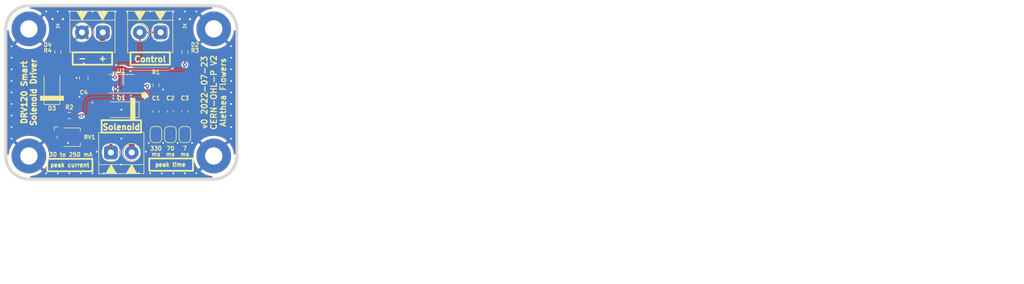
<source format=kicad_pcb>
(kicad_pcb (version 20211014) (generator pcbnew)
  (title_block (title "DRV120 Smart Solenoid Driver") (date "2022-07-23") (rev "v0") (company "Winterbloom") (comment 1 "Alethea Flowers") (comment 2 "CERN-OHL-P V2") (comment 3 "candela.wntr.dev"))
  (layers (0 "F.Cu" signal) (31 "B.Cu" signal) (34 "B.Paste" user) (35 "F.Paste" user) (36 "B.SilkS" user "B.Silkscreen") (37 "F.SilkS" user "F.Silkscreen") (38 "B.Mask" user) (39 "F.Mask" user) (44 "Edge.Cuts" user))
  (net 0 "")
  (net 1 "GND")
  (net 2 "/KEEP")
  (net 3 "+VDC")
  (net 4 "Net-(D2-Pad1)")
  (net 5 "Net-(JP1-Pad2)")
  (net 6 "Net-(JP2-Pad2)")
  (net 7 "Net-(JP3-Pad2)")
  (net 8 "/Switched")
  (net 9 "Net-(D4-Pad1)")
  (net 10 "/Control")
  (net 11 "/OSC")
  (net 12 "/DCIN")
  (net 13 "Net-(R2-Pad1)")
  (net 14 "/PEAK")
  (footprint "Package_SO:TSSOP-8_4.4x3mm_P0.65mm" (layer "F.Cu") (at 89.5 92.575 180)
    (fp_text reference "U1" (at 0 2.25 unlocked) (layer "F.SilkS") (effects (font (size 0.7 0.7))))
    (fp_text value "DRV120PWR")
    (fp_line (start 0 -1.61) (end 2.2 -1.61) (layer "F.SilkS") (width 0.12))
    (fp_line (start 0 -1.61) (end -3.6 -1.61) (layer "F.SilkS") (width 0.12))
    (fp_line (start 0 1.61) (end 2.2 1.61) (layer "F.SilkS") (width 0.12))
    (fp_line (start 0 1.61) (end -2.2 1.61) (layer "F.SilkS") (width 0.12))
    (pad "1" smd roundrect (at -2.8625 -0.975 180) (size 1.475 0.4) (layers "F.Cu" "F.Paste" "F.Mask") (net 2 "/KEEP"))
    (pad "2" smd roundrect (at -2.8625 -0.325 180) (size 1.475 0.4) (layers "F.Cu" "F.Paste" "F.Mask") (net 14 "/PEAK"))
    (pad "3" smd roundrect (at -2.8625 0.325 180) (size 1.475 0.4) (layers "F.Cu" "F.Paste" "F.Mask") (net 11 "/OSC"))
    (pad "4" smd roundrect (at -2.8625 0.975 180) (size 1.475 0.4) (layers "F.Cu" "F.Paste" "F.Mask") (net 3 "+VDC"))
    (pad "5" smd roundrect (at 2.8625 0.975 180) (size 1.475 0.4) (layers "F.Cu" "F.Paste" "F.Mask") (net 10 "/Control"))
    (pad "6" smd roundrect (at 2.8625 0.325 180) (size 1.475 0.4) (layers "F.Cu" "F.Paste" "F.Mask") (net 8 "/Switched"))
    (pad "7" smd roundrect (at 2.8625 -0.325 180) (size 1.475 0.4) (layers "F.Cu" "F.Paste" "F.Mask"))
    (pad "8" smd roundrect (at 2.8625 -0.975 180) (size 1.475 0.4) (layers "F.Cu" "F.Paste" "F.Mask") (net 1 "GND"))
  )
  (footprint "MountingHole:MountingHole_3mm_Pad" (layer "F.Cu") (at 105.5 105.075)
    (fp_text reference "H4" hide)
    (fp_text value "GND" hide)
    (pad "1" thru_hole circle locked (at 0 0) (size 6 6) (drill 3) (layers *.Cu *.Mask) (net 1 "GND"))
  )
  (footprint "winterbloom:TerminalBlock_4UCON_1x02_P3.50mm_Horizontal" (layer "F.Cu") (at 87.75 104.475)
    (fp_text reference "J3" hide)
    (fp_text value "Solenoid" hide)
    (fp_line (start 5.66 -3.46) (end 5.66 3.66) (layer "F.SilkS") (width 0.12))
    (fp_line (start -2.16 3.66) (end 5.66 3.66) (layer "F.SilkS") (width 0.12))
    (fp_line (start -2.16 -3.46) (end 5.66 -3.46) (layer "F.SilkS") (width 0.12))
    (fp_line (start -2.16 2.1) (end 5.66 2.1) (layer "F.SilkS") (width 0.12))
    (fp_line (start -2.16 -3.46) (end -2.16 3.66) (layer "F.SilkS") (width 0.12))
    (fp_arc (start 1.432109 -0.607742) (mid 1.555727 0.00014) (end 1.432 0.608) (layer "F.SilkS") (width 0.12))
    (fp_arc (start -0.607742 -1.432109) (mid 0.00014 -1.555727) (end 0.608 -1.432) (layer "F.SilkS") (width 0.12))
    (fp_arc (start -1.432109 0.607742) (mid -1.555727 -0.00014) (end -1.432 -0.608) (layer "F.SilkS") (width 0.12))
    (fp_arc (start 0.607587 1.431385) (mid 0.310017 1.523783) (end 0 1.555) (layer "F.SilkS") (width 0.12))
    (fp_arc (start 0.027011 1.555493) (mid -0.296984 1.527118) (end -0.608 1.432) (layer "F.SilkS") (width 0.12))
    (fp_circle (center 3.5 0) (end 5.055 0) (layer "F.SilkS") (width 0.12) (fill none))
    (fp_poly (pts (xy 4.45 3.65) (xy 2.6 3.65) (xy 3.55 2.1)) (layer "F.SilkS") (width 0.12) (fill solid))
    (fp_poly (pts (xy 0.9 3.65) (xy -0.95 3.65) (xy 0 2.1)) (layer "F.SilkS") (width 0.12) (fill solid))
    (pad "1" thru_hole roundrect (at -0.0508 0) (size 2.4 2.4) (drill 1.05) (layers *.Cu *.Mask) (net 8 "/Switched"))
    (pad "2" thru_hole circle (at 3.556 0) (size 2.4 2.4) (drill 1.05) (layers *.Cu *.Mask) (net 3 "+VDC"))
  )
  (footprint "Jumper:SolderJumper-2_P1.3mm_Open_RoundedPad1.0x1.5mm" (layer "F.Cu") (at 98 101.375 90)
    (fp_text reference "JP2" hide)
    (fp_text value "70 ms")
    (fp_line (start 0.7 1) (end -0.7 1) (layer "F.SilkS") (width 0.12))
    (fp_line (start -1.4 0.3) (end -1.4 -0.3) (layer "F.SilkS") (width 0.12))
    (fp_line (start 1.4 -0.3) (end 1.4 0.3) (layer "F.SilkS") (width 0.12))
    (fp_line (start -0.7 -1) (end 0.7 -1) (layer "F.SilkS") (width 0.12))
    (fp_arc (start -0.7 1) (mid -1.194975 0.794975) (end -1.4 0.3) (layer "F.SilkS") (width 0.12))
    (fp_arc (start -1.4 -0.3) (mid -1.194975 -0.794975) (end -0.7 -1) (layer "F.SilkS") (width 0.12))
    (fp_arc (start 0.7 -1) (mid 1.194975 -0.794975) (end 1.4 -0.3) (layer "F.SilkS") (width 0.12))
    (fp_arc (start 1.4 0.3) (mid 1.194975 0.794975) (end 0.7 1) (layer "F.SilkS") (width 0.12))
    (pad "1" smd custom (at -0.65 0 90) (size 1 0.5) (layers "F.Cu" "F.Mask") (net 1 "GND") (options (clearance outline) (anchor rect)) (primitives (gr_circle (center 0 0.25) (end 0.5 0.25) (width 0) (fill yes)) (gr_circle (center 0 -0.25) (end 0.5 -0.25) (width 0) (fill yes)) (gr_poly (pts (xy 0.5 0.75) (xy 0 0.75) (xy 0 -0.75) (xy 0.5 -0.75)) (width 0) (fill yes))))
    (pad "2" smd custom (at 0.65 0 90) (size 1 0.5) (layers "F.Cu" "F.Mask") (net 6 "Net-(JP2-Pad2)") (options (clearance outline) (anchor rect)) (primitives (gr_circle (center 0 0.25) (end 0.5 0.25) (width 0) (fill yes)) (gr_circle (center 0 -0.25) (end 0.5 -0.25) (width 0) (fill yes)) (gr_poly (pts (xy 0 0.75) (xy -0.5 0.75) (xy -0.5 -0.75) (xy 0 -0.75)) (width 0) (fill yes))))
  )
  (footprint "Capacitor_SMD:C_0603_1608Metric_Pad1.08x0.95mm_HandSolder" (layer "F.Cu") (at 100.5 97.375 -90)
    (fp_text reference "C3" (at -2.3 0 unlocked) (layer "F.SilkS") (effects (font (size 0.7 0.7))))
    (fp_text value "100n")
    (fp_line (start -0.146267 -0.51) (end 0.146267 -0.51) (layer "F.SilkS") (width 0.12))
    (fp_line (start -0.146267 0.51) (end 0.146267 0.51) (layer "F.SilkS") (width 0.12))
    (pad "1" smd roundrect (at -0.8625 0 270) (size 1.075 0.95) (layers "F.Cu" "F.Paste" "F.Mask") (net 2 "/KEEP"))
    (pad "2" smd roundrect (at 0.8625 0 270) (size 1.075 0.95) (layers "F.Cu" "F.Paste" "F.Mask") (net 7 "Net-(JP3-Pad2)"))
  )
  (footprint "winterbloom:LED_0805_Kingbright_APT2012" (layer "F.Cu") (at 100.5 82.575 -90)
    (fp_text reference "D2" (at 3.25 -1.75 unlocked) (layer "F.SilkS") (effects (font (size 0.7 0.7))))
    (fp_text value "ON" hide)
    (fp_line (start -0.3 0.3) (end -0.3 -0.3) (layer "F.SilkS") (width 0.12))
    (fp_line (start 0.3 0.3) (end -0.3 0) (layer "F.SilkS") (width 0.12))
    (fp_line (start -0.3 0) (end 0.3 -0.3) (layer "F.SilkS") (width 0.12))
    (fp_line (start 0.3 -0.3) (end 0.3 0.3) (layer "F.SilkS") (width 0.12))
    (fp_circle (center -1.2 0.9) (end -1.1 0.9) (layer "F.SilkS") (width 0.2) (fill none))
    (fp_circle (center -1.2 -0.9) (end -1.1 -0.9) (layer "F.SilkS") (width 0.2) (fill none))
    (pad "1" smd roundrect (at -1.175 0 270) (size 1.25 1.25) (layers "F.Cu" "F.Paste" "F.Mask") (roundrect_rratio 0.05) (net 4 "Net-(D2-Pad1)"))
    (pad "2" smd roundrect (at 1.175 0 270) (size 1.25 1.25) (layers "F.Cu" "F.Paste" "F.Mask") (roundrect_rratio 0.05) (net 3 "+VDC"))
  )
  (footprint "winterbloom:LED_0805_Kingbright_APT2012" (layer "F.Cu") (at 78.5 82.575 -90)
    (fp_text reference "D4" (at 3.25 1.75 unlocked) (layer "F.SilkS") (effects (font (size 0.7 0.7))))
    (fp_text value "VDC" hide)
    (fp_line (start 0.3 0.3) (end -0.3 0) (layer "F.SilkS") (width 0.12))
    (fp_line (start -0.3 0.3) (end -0.3 -0.3) (layer "F.SilkS") (width 0.12))
    (fp_line (start 0.3 -0.3) (end 0.3 0.3) (layer "F.SilkS") (width 0.12))
    (fp_line (start -0.3 0) (end 0.3 -0.3) (layer "F.SilkS") (width 0.12))
    (fp_circle (center -1.2 -0.9) (end -1.1 -0.9) (layer "F.SilkS") (width 0.2) (fill none))
    (fp_circle (center -1.2 0.9) (end -1.1 0.9) (layer "F.SilkS") (width 0.2) (fill none))
    (pad "1" smd roundrect (at -1.175 0 270) (size 1.25 1.25) (layers "F.Cu" "F.Paste" "F.Mask") (roundrect_rratio 0.05) (net 9 "Net-(D4-Pad1)"))
    (pad "2" smd roundrect (at 1.175 0 270) (size 1.25 1.25) (layers "F.Cu" "F.Paste" "F.Mask") (roundrect_rratio 0.05) (net 3 "+VDC"))
  )
  (footprint "MountingHole:MountingHole_3mm_Pad" (layer "F.Cu") (at 105.5 83.075)
    (fp_text reference "H3" hide)
    (fp_text value "GND" hide)
    (pad "1" thru_hole circle locked (at 0 0) (size 6 6) (drill 3) (layers *.Cu *.Mask) (net 1 "GND"))
  )
  (footprint "winterbloom:TerminalBlock_4UCON_1x02_P3.50mm_Horizontal" (layer "F.Cu") (at 96.25 83.675 180)
    (fp_text reference "J2" hide)
    (fp_text value "CONTROL" hide)
    (fp_line (start -2.16 -3.46) (end 5.66 -3.46) (layer "F.SilkS") (width 0.12))
    (fp_line (start 5.66 -3.46) (end 5.66 3.66) (layer "F.SilkS") (width 0.12))
    (fp_line (start -2.16 3.66) (end 5.66 3.66) (layer "F.SilkS") (width 0.12))
    (fp_line (start -2.16 -3.46) (end -2.16 3.66) (layer "F.SilkS") (width 0.12))
    (fp_line (start -2.16 2.1) (end 5.66 2.1) (layer "F.SilkS") (width 0.12))
    (fp_arc (start -0.607742 -1.432109) (mid 0.00014 -1.555727) (end 0.608 -1.432) (layer "F.SilkS") (width 0.12))
    (fp_arc (start 1.432109 -0.607742) (mid 1.555727 0.00014) (end 1.432 0.608) (layer "F.SilkS") (width 0.12))
    (fp_arc (start 0.027011 1.555493) (mid -0.296984 1.527118) (end -0.608 1.432) (layer "F.SilkS") (width 0.12))
    (fp_arc (start -1.432109 0.607742) (mid -1.555727 -0.00014) (end -1.432 -0.608) (layer "F.SilkS") (width 0.12))
    (fp_arc (start 0.607587 1.431385) (mid 0.310017 1.523783) (end 0 1.555) (layer "F.SilkS") (width 0.12))
    (fp_circle (center 3.5 0) (end 5.055 0) (layer "F.SilkS") (width 0.12) (fill none))
    (fp_poly (pts (xy 0.9 3.65) (xy -0.95 3.65) (xy 0 2.1)) (layer "F.SilkS") (width 0.12) (fill solid))
    (fp_poly (pts (xy 4.45 3.65) (xy 2.6 3.65) (xy 3.55 2.1)) (layer "F.SilkS") (width 0.12) (fill solid))
    (pad "1" thru_hole roundrect (at -0.0508 0 180) (size 2.4 2.4) (drill 1.05) (layers *.Cu *.Mask) (net 10 "/Control"))
    (pad "2" thru_hole circle (at 3.556 0 180) (size 2.4 2.4) (drill 1.05) (layers *.Cu *.Mask) (net 10 "/Control"))
  )
  (footprint "Diode_SMD:D_SOD-128" (layer "F.Cu") (at 77.5 93.075 90)
    (fp_text reference "D3" (at -3.75 0 unlocked) (layer "F.SilkS") (effects (font (size 0.7 0.7))))
    (fp_text value "30V 2A")
    (fp_line (start -3.08 -1.36) (end -3.08 1.36) (layer "F.SilkS") (width 0.12))
    (fp_line (start -3.08 -1.36) (end 1.9 -1.36) (layer "F.SilkS") (width 0.12))
    (fp_line (start -3.08 1.36) (end 1.9 1.36) (layer "F.SilkS") (width 0.12))
    (pad "1" smd rect (at -2.2 0 90) (size 1.4 2.1) (layers "F.Cu" "F.Paste" "F.Mask") (net 3 "+VDC"))
    (pad "2" smd rect (at 2.2 0 90) (size 1.4 2.1) (layers "F.Cu" "F.Paste" "F.Mask") (net 12 "/DCIN"))
  )
  (footprint "Potentiometer_SMD:Potentiometer_Bourns_TC33X_Vertical" (layer "F.Cu") (at 80.5 101.825)
    (fp_text reference "RV1" (at 3.5 0 unlocked) (layer "F.SilkS") (effects (font (size 0.7 0.7))))
    (fp_text value "500k")
    (fp_line (start -1 1.6) (end 1.9 1.6) (layer "F.SilkS") (width 0.12))
    (fp_line (start 1.9 1.6) (end 1.9 1) (layer "F.SilkS") (width 0.12))
    (fp_line (start -2.6 -1.8) (end -2.6 -1.1) (layer "F.SilkS") (width 0.12))
    (fp_line (start -2.1 -0.2) (end -2.1 0.2) (layer "F.SilkS") (width 0.12))
    (fp_line (start 1.9 -1.6) (end 1.9 -1) (layer "F.SilkS") (width 0.12))
    (fp_line (start -1 -1.6) (end 1.9 -1.6) (layer "F.SilkS") (width 0.12))
    (fp_line (start -1.9 -1.8) (end -2.6 -1.8) (layer "F.SilkS") (width 0.12))
    (pad "1" smd rect (at -1.8 -1) (size 1.2 1.2) (layers "F.Cu" "F.Paste" "F.Mask") (net 13 "Net-(R2-Pad1)"))
    (pad "2" smd rect (at 1.45 0) (size 1.5 1.6) (layers "F.Cu" "F.Paste" "F.Mask") (net 13 "Net-(R2-Pad1)"))
    (pad "3" smd rect (at -1.8 1) (size 1.2 1.2) (layers "F.Cu" "F.Paste" "F.Mask") (net 1 "GND"))
  )
  (footprint "MountingHole:MountingHole_3mm_Pad" (layer "F.Cu") (at 73.5 105.075)
    (fp_text reference "H2" hide)
    (fp_text value "GND" hide)
    (pad "1" thru_hole circle locked (at 0 0) (size 6 6) (drill 3) (layers *.Cu *.Mask) (net 1 "GND"))
  )
  (footprint "winterbloom:TerminalBlock_4UCON_1x02_P3.50mm_Horizontal" (layer "F.Cu") (at 86.25 83.675 180)
    (fp_text reference "J1" hide)
    (fp_text value "DC IN" hide)
    (fp_line (start 5.66 -3.46) (end 5.66 3.66) (layer "F.SilkS") (width 0.12))
    (fp_line (start -2.16 -3.46) (end -2.16 3.66) (layer "F.SilkS") (width 0.12))
    (fp_line (start -2.16 3.66) (end 5.66 3.66) (layer "F.SilkS") (width 0.12))
    (fp_line (start -2.16 2.1) (end 5.66 2.1) (layer "F.SilkS") (width 0.12))
    (fp_line (start -2.16 -3.46) (end 5.66 -3.46) (layer "F.SilkS") (width 0.12))
    (fp_arc (start 0.607587 1.431385) (mid 0.310017 1.523783) (end 0 1.555) (layer "F.SilkS") (width 0.12))
    (fp_arc (start -1.432109 0.607742) (mid -1.555727 -0.00014) (end -1.432 -0.608) (layer "F.SilkS") (width 0.12))
    (fp_arc (start 1.432109 -0.607742) (mid 1.555727 0.00014) (end 1.432 0.608) (layer "F.SilkS") (width 0.12))
    (fp_arc (start 0.027011 1.555493) (mid -0.296984 1.527118) (end -0.608 1.432) (layer "F.SilkS") (width 0.12))
    (fp_arc (start -0.607742 -1.432109) (mid 0.00014 -1.555727) (end 0.608 -1.432) (layer "F.SilkS") (width 0.12))
    (fp_circle (center 3.5 0) (end 5.055 0) (layer "F.SilkS") (width 0.12) (fill none))
    (fp_poly (pts (xy 4.45 3.65) (xy 2.6 3.65) (xy 3.55 2.1)) (layer "F.SilkS") (width 0.12) (fill solid))
    (fp_poly (pts (xy 0.9 3.65) (xy -0.95 3.65) (xy 0 2.1)) (layer "F.SilkS") (width 0.12) (fill solid))
    (pad "1" thru_hole roundrect (at -0.0508 0 180) (size 2.4 2.4) (drill 1.05) (layers *.Cu *.Mask) (net 12 "/DCIN"))
    (pad "2" thru_hole circle (at 3.556 0 180) (size 2.4 2.4) (drill 1.05) (layers *.Cu *.Mask) (net 1 "GND"))
  )
  (footprint "Diode_SMD:D_SOD-128" (layer "F.Cu") (at 89.5 97.075 180)
    (fp_text reference "D1" (at 0 2 unlocked) (layer "F.SilkS") (effects (font (size 0.7 0.7))))
    (fp_text value "30V 1A")
    (fp_line (start -3.08 -1.36) (end 1.9 -1.36) (layer "F.SilkS") (width 0.12))
    (fp_line (start -3.08 1.36) (end 1.9 1.36) (layer "F.SilkS") (width 0.12))
    (fp_line (start -3.08 -1.36) (end -3.08 1.36) (layer "F.SilkS") (width 0.12))
    (pad "1" smd rect (at -2.2 0 180) (size 1.4 2.1) (layers "F.Cu" "F.Paste" "F.Mask") (net 3 "+VDC"))
    (pad "2" smd rect (at 2.2 0 180) (size 1.4 2.1) (layers "F.Cu" "F.Paste" "F.Mask") (net 8 "/Switched"))
  )
  (footprint "Capacitor_SMD:C_0805_2012Metric_Pad1.18x1.45mm_HandSolder" (layer "F.Cu") (at 83 91.575 90)
    (fp_text reference "C4" (at -2.5 0 unlocked) (layer "F.SilkS") (effects (font (size 0.7 0.7))))
    (fp_text value "10u")
    (fp_line (start -0.261252 0.735) (end 0.261252 0.735) (layer "F.SilkS") (width 0.12))
    (fp_line (start -0.261252 -0.735) (end 0.261252 -0.735) (layer "F.SilkS") (width 0.12))
    (pad "1" smd roundrect (at -1.0375 0 90) (size 1.175 1.45) (layers "F.Cu" "F.Paste" "F.Mask") (roundrect_rratio 0.212766) (net 3 "+VDC"))
    (pad "2" smd roundrect (at 1.0375 0 90) (size 1.175 1.45) (layers "F.Cu" "F.Paste" "F.Mask") (roundrect_rratio 0.212766) (net 1 "GND"))
  )
  (footprint "Resistor_SMD:R_0603_1608Metric_Pad0.98x0.95mm_HandSolder" (layer "F.Cu") (at 80.5 98.075)
    (fp_text reference "R2" (at 0 -1.43 unlocked) (layer "F.SilkS") (effects (font (size 0.7 0.7))))
    (fp_text value "50k")
    (fp_line (start -0.254724 -0.5225) (end 0.254724 -0.5225) (layer "F.SilkS") (width 0.12))
    (fp_line (start -0.254724 0.5225) (end 0.254724 0.5225) (layer "F.SilkS") (width 0.12))
    (pad "1" smd roundrect (at -0.9125 0) (size 0.975 0.95) (layers "F.Cu" "F.Paste" "F.Mask") (net 13 "Net-(R2-Pad1)"))
    (pad "2" smd roundrect (at 0.9125 0) (size 0.975 0.95) (layers "F.Cu" "F.Paste" "F.Mask") (net 14 "/PEAK"))
  )
  (footprint "Capacitor_SMD:C_0603_1608Metric_Pad1.08x0.95mm_HandSolder" (layer "F.Cu") (at 98 97.375 -90)
    (fp_text reference "C2" (at -2.3 0 unlocked) (layer "F.SilkS") (effects (font (size 0.7 0.7))))
    (fp_text value "1u")
    (fp_line (start -0.146267 -0.51) (end 0.146267 -0.51) (layer "F.SilkS") (width 0.12))
    (fp_line (start -0.146267 0.51) (end 0.146267 0.51) (layer "F.SilkS") (width 0.12))
    (pad "1" smd roundrect (at -0.8625 0 270) (size 1.075 0.95) (layers "F.Cu" "F.Paste" "F.Mask") (net 2 "/KEEP"))
    (pad "2" smd roundrect (at 0.8625 0 270) (size 1.075 0.95) (layers "F.Cu" "F.Paste" "F.Mask") (net 6 "Net-(JP2-Pad2)"))
  )
  (footprint "Resistor_SMD:R_0603_1608Metric_Pad0.98x0.95mm_HandSolder" (layer "F.Cu") (at 95.5 92.825 90)
    (fp_text reference "R1" (at 2.25 0 unlocked) (layer "F.SilkS") (effects (font (size 0.7 0.7))))
    (fp_text value "0R")
    (fp_line (start -0.254724 -0.5225) (end 0.254724 -0.5225) (layer "F.SilkS") (width 0.12))
    (fp_line (start -0.254724 0.5225) (end 0.254724 0.5225) (layer "F.SilkS") (width 0.12))
    (pad "1" smd roundrect (at -0.9125 0 90) (size 0.975 0.95) (layers "F.Cu" "F.Paste" "F.Mask") (net 1 "GND"))
    (pad "2" smd roundrect (at 0.9125 0 90) (size 0.975 0.95) (layers "F.Cu" "F.Paste" "F.Mask") (net 11 "/OSC"))
  )
  (footprint "Jumper:SolderJumper-2_P1.3mm_Bridged_RoundedPad1.0x1.5mm" (layer "F.Cu") (at 95.5 101.375 90)
    (fp_text reference "JP1" hide)
    (fp_text value "330 ms")
    (fp_poly (pts (xy 0.25 -0.3) (xy -0.25 -0.3) (xy -0.25 0.3) (xy 0.25 0.3)) (layer "F.Cu") (width 0) (fill solid))
    (fp_line (start -0.7 -1) (end 0.7 -1) (layer "F.SilkS") (width 0.12))
    (fp_line (start -1.4 0.3) (end -1.4 -0.3) (layer "F.SilkS") (width 0.12))
    (fp_line (start 0.7 1) (end -0.7 1) (layer "F.SilkS") (width 0.12))
    (fp_line (start 1.4 -0.3) (end 1.4 0.3) (layer "F.SilkS") (width 0.12))
    (fp_arc (start 1.4 0.3) (mid 1.194975 0.794975) (end 0.7 1) (layer "F.SilkS") (width 0.12))
    (fp_arc (start -1.4 -0.3) (mid -1.194975 -0.794975) (end -0.7 -1) (layer "F.SilkS") (width 0.12))
    (fp_arc (start -0.7 1) (mid -1.194975 0.794975) (end -1.4 0.3) (layer "F.SilkS") (width 0.12))
    (fp_arc (start 0.7 -1) (mid 1.194975 -0.794975) (end 1.4 -0.3) (layer "F.SilkS") (width 0.12))
    (pad "1" smd custom (at -0.65 0 90) (size 1 0.5) (layers "F.Cu" "F.Mask") (net 1 "GND") (options (clearance outline) (anchor rect)) (primitives (gr_circle (center 0 0.25) (end 0.5 0.25) (width 0) (fill yes)) (gr_circle (center 0 -0.25) (end 0.5 -0.25) (width 0) (fill yes)) (gr_poly (pts (xy 0.5 0.75) (xy 0 0.75) (xy 0 -0.75) (xy 0.5 -0.75)) (width 0) (fill yes))))
    (pad "2" smd custom (at 0.65 0 90) (size 1 0.5) (layers "F.Cu" "F.Mask") (net 5 "Net-(JP1-Pad2)") (options (clearance outline) (anchor rect)) (primitives (gr_circle (center 0 0.25) (end 0.5 0.25) (width 0) (fill yes)) (gr_circle (center 0 -0.25) (end 0.5 -0.25) (width 0) (fill yes)) (gr_poly (pts (xy 0 0.75) (xy -0.5 0.75) (xy -0.5 -0.75) (xy 0 -0.75)) (width 0) (fill yes))))
  )
  (footprint "MountingHole:MountingHole_3mm_Pad" (layer "F.Cu") (at 73.5 83.075)
    (fp_text reference "H1" hide)
    (fp_text value "GND" hide)
    (pad "1" thru_hole circle locked (at 0 0) (size 6 6) (drill 3) (layers *.Cu *.Mask) (net 1 "GND"))
  )
  (footprint "Resistor_SMD:R_0603_1608Metric_Pad0.98x0.95mm_HandSolder" (layer "F.Cu") (at 100.5 87.075 -90)
    (fp_text reference "R3" (at -0.25 -1.75 unlocked) (layer "F.SilkS") (effects (font (size 0.7 0.7))))
    (fp_text value "10K")
    (fp_line (start -0.254724 0.5225) (end 0.254724 0.5225) (layer "F.SilkS") (width 0.12))
    (fp_line (start -0.254724 -0.5225) (end 0.254724 -0.5225) (layer "F.SilkS") (width 0.12))
    (pad "1" smd roundrect (at -0.9125 0 270) (size 0.975 0.95) (layers "F.Cu" "F.Paste" "F.Mask") (net 4 "Net-(D2-Pad1)"))
    (pad "2" smd roundrect (at 0.9125 0 270) (size 0.975 0.95) (layers "F.Cu" "F.Paste" "F.Mask") (net 8 "/Switched"))
  )
  (footprint "Jumper:SolderJumper-2_P1.3mm_Open_RoundedPad1.0x1.5mm" (layer "F.Cu") (at 100.5 101.375 90)
    (fp_text reference "JP3" hide)
    (fp_text value "7 ms")
    (fp_line (start 1.4 -0.3) (end 1.4 0.3) (layer "F.SilkS") (width 0.12))
    (fp_line (start 0.7 1) (end -0.7 1) (layer "F.SilkS") (width 0.12))
    (fp_line (start -0.7 -1) (end 0.7 -1) (layer "F.SilkS") (width 0.12))
    (fp_line (start -1.4 0.3) (end -1.4 -0.3) (layer "F.SilkS") (width 0.12))
    (fp_arc (start -0.7 1) (mid -1.194975 0.794975) (end -1.4 0.3) (layer "F.SilkS") (width 0.12))
    (fp_arc (start 1.4 0.3) (mid 1.194975 0.794975) (end 0.7 1) (layer "F.SilkS") (width 0.12))
    (fp_arc (start 0.7 -1) (mid 1.194975 -0.794975) (end 1.4 -0.3) (layer "F.SilkS") (width 0.12))
    (fp_arc (start -1.4 -0.3) (mid -1.194975 -0.794975) (end -0.7 -1) (layer "F.SilkS") (width 0.12))
    (pad "1" smd custom (at -0.65 0 90) (size 1 0.5) (layers "F.Cu" "F.Mask") (net 1 "GND") (options (clearance outline) (anchor rect)) (primitives (gr_circle (center 0 0.25) (end 0.5 0.25) (width 0) (fill yes)) (gr_circle (center 0 -0.25) (end 0.5 -0.25) (width 0) (fill yes)) (gr_poly (pts (xy 0.5 0.75) (xy 0 0.75) (xy 0 -0.75) (xy 0.5 -0.75)) (width 0) (fill yes))))
    (pad "2" smd custom (at 0.65 0 90) (size 1 0.5) (layers "F.Cu" "F.Mask") (net 7 "Net-(JP3-Pad2)") (options (clearance outline) (anchor rect)) (primitives (gr_circle (center 0 0.25) (end 0.5 0.25) (width 0) (fill yes)) (gr_circle (center 0 -0.25) (end 0.5 -0.25) (width 0) (fill yes)) (gr_poly (pts (xy 0 0.75) (xy -0.5 0.75) (xy -0.5 -0.75) (xy 0 -0.75)) (width 0) (fill yes))))
  )
  (footprint "Capacitor_SMD:C_0603_1608Metric_Pad1.08x0.95mm_HandSolder" (layer "F.Cu") (at 95.5 97.375 -90)
    (fp_text reference "C1" (at -2.3 0 unlocked) (layer "F.SilkS") (effects (font (size 0.7 0.7))))
    (fp_text value "4.7u")
    (fp_line (start -0.146267 0.51) (end 0.146267 0.51) (layer "F.SilkS") (width 0.12))
    (fp_line (start -0.146267 -0.51) (end 0.146267 -0.51) (layer "F.SilkS") (width 0.12))
    (pad "1" smd roundrect (at -0.8625 0 270) (size 1.075 0.95) (layers "F.Cu" "F.Paste" "F.Mask") (net 2 "/KEEP"))
    (pad "2" smd roundrect (at 0.8625 0 270) (size 1.075 0.95) (layers "F.Cu" "F.Paste" "F.Mask") (net 5 "Net-(JP1-Pad2)"))
  )
  (footprint "Resistor_SMD:R_0603_1608Metric_Pad0.98x0.95mm_HandSolder" (layer "F.Cu") (at 78.5 87.075 -90)
    (fp_text reference "R4" (at -0.25 1.75 unlocked) (layer "F.SilkS") (effects (font (size 0.7 0.7))))
    (fp_text value "10k")
    (fp_line (start -0.254724 0.5225) (end 0.254724 0.5225) (layer "F.SilkS") (width 0.12))
    (fp_line (start -0.254724 -0.5225) (end 0.254724 -0.5225) (layer "F.SilkS") (width 0.12))
    (pad "1" smd roundrect (at -0.9125 0 270) (size 0.975 0.95) (layers "F.Cu" "F.Paste" "F.Mask") (net 9 "Net-(D4-Pad1)"))
    (pad "2" smd roundrect (at 0.9125 0 270) (size 0.975 0.95) (layers "F.Cu" "F.Paste" "F.Mask") (net 1 "GND"))
  )
  (gr_circle (center 93.5 94.575) (end 94 94.575) (layer "F.SilkS") (width 0.12) (fill solid))
  (gr_rect (start 101.91 107.645) (end 94.34 105.505) (layer "F.SilkS") (width 0.3) (fill none))
  (gr_rect (start 84.5 107.715) (end 76.68 105.575) (layer "F.SilkS") (width 0.3) (fill none))
  (gr_rect (start 87.91 89.275) (end 81.09 87.135) (layer "F.SilkS") (width 0.3) (fill none))
  (gr_rect (start 91.125 98.825) (end 91.875 95.075) (layer "F.SilkS") (width 0.12) (fill solid))
  (gr_rect (start 75.5 94.7) (end 79.5 95.45) (layer "F.SilkS") (width 0.12) (fill solid))
  (gr_rect (start 97.91 89.275) (end 91.09 87.135) (layer "F.SilkS") (width 0.3) (fill none))
  (gr_rect (start 92.91 101.025) (end 86.09 98.885) (layer "F.SilkS") (width 0.3) (fill none))
  (gr_arc (start 73.5 109.075) (mid 70.671573 107.903427) (end 69.5 105.075) (layer "Edge.Cuts") (width 0.5))
  (gr_arc (start 105.5 79.075) (mid 108.328427 80.246573) (end 109.5 83.075) (layer "Edge.Cuts") (width 0.5))
  (gr_line (start 73.5 79.075) (end 105.5 79.075) (layer "Edge.Cuts") (width 0.5))
  (gr_arc (start 69.5 83.075) (mid 70.671573 80.246573) (end 73.5 79.075) (layer "Edge.Cuts") (width 0.5))
  (gr_line (start 109.5 83.075) (end 109.5 105.075) (layer "Edge.Cuts") (width 0.5))
  (gr_line (start 69.5 105.075) (end 69.5 83.075) (layer "Edge.Cuts") (width 0.5))
  (gr_line (start 105.5 109.075) (end 73.5 109.075) (layer "Edge.Cuts") (width 0.5))
  (gr_arc (start 109.5 105.075) (mid 108.328427 107.903427) (end 105.5 109.075) (layer "Edge.Cuts") (width 0.5))
  (gr_text "7" (at 100.5 103.775) (layer "F.SilkS") (effects (font (size 0.7 0.7))))
  (gr_text "peak time" (at 98 106.575) (layer "F.SilkS") (effects (font (size 0.7 0.7) (thickness 0.175))))
  (gr_text "ms" (at 100.5 104.775) (layer "F.SilkS") (effects (font (size 0.7 0.7))))
  (gr_text "+   -" (at 84.5 88.325 180) (layer "F.SilkS") (effects (font (size 1 1) (thickness 0.25))))
  (gr_text "Control" (at 94.5 88.325) (layer "F.SilkS") (effects (font (size 1 1) (thickness 0.25))))
  (gr_text "Solenoid" (at 89.5 100.075) (layer "F.SilkS") (effects (font (size 1 1) (thickness 0.25))))
  (gr_text "70" (at 98 103.775) (layer "F.SilkS") (effects (font (size 0.7 0.7))))
  (gr_text "30 to 250 mA" (at 80.75 104.825) (layer "F.SilkS") (effects (font (size 0.7 0.7))))
  (gr_text "330" (at 95.5 103.775) (layer "F.SilkS") (effects (font (size 0.7 0.7))))
  (gr_text "ms" (at 98 104.775) (layer "F.SilkS") (effects (font (size 0.7 0.7))))
  (gr_text "peak current" (at 80.59 106.645) (layer "F.SilkS") (effects (font (size 0.7 0.7) (thickness 0.175))))
  (gr_text "ms" (at 95.5 104.775) (layer "F.SilkS") (effects (font (size 0.7 0.7))))
  (gr_text "DRV120 Smart\nSolenoid Driver" (at 73.5 94.075 90) (layer "F.SilkS") (effects (font (size 1 1) (thickness 0.25))))
  (gr_text "${REVISION} ${ISSUE_DATE}\n${COMMENT2}\n${COMMENT1}" (at 105.5 94.075 90) (layer "F.SilkS") (effects (font (size 1 1) (thickness 0.2))))
  (via (at 76.5 108.075) (size 0.7) (drill 0.3) (layers "F.Cu" "B.Cu") (net 1))
  (via (at 80.5 80.075) (size 0.7) (drill 0.3) (layers "F.Cu" "B.Cu") (net 1))
  (via (at 98.5 108.075) (size 0.7) (drill 0.3) (layers "F.Cu" "B.Cu") (net 1))
  (via (at 85.25 104.325) (size 0.7) (drill 0.3) (layers "F.Cu" "B.Cu") (net 1))
  (via (at 84.5 108.075) (size 0.7) (drill 0.3) (layers "F.Cu" "B.Cu") (net 1))
  (via (at 70.5 94.075) (size 0.7) (drill 0.3) (layers "F.Cu" "B.Cu") (net 1))
  (via (at 82.25 94.825) (size 0.7) (drill 0.3) (layers "F.Cu" "B.Cu") (net 1))
  (via (at 89.5 102.075) (size 0.7) (drill 0.3) (layers "F.Cu" "B.Cu") (net 1))
  (via (at 98.5 80.075) (size 0.7) (drill 0.3) (layers "F.Cu" "B.Cu") (net 1))
  (via (at 70.5 90.075) (size 0.7) (drill 0.3) (layers "F.Cu" "B.Cu") (net 1))
  (via (at 94.5 80.075) (size 0.7) (drill 0.3) (layers "F.Cu" "B.Cu") (net 1))
  (via (at 89.5 106.575) (size 0.7) (drill 0.3) (layers "F.Cu" "B.Cu") (net 1))
  (via (at 96.75 102.825) (size 0.7) (drill 0.3) (layers "F.Cu" "B.Cu") (net 1))
  (via (at 83 89.075) (size 0.7) (drill 0.3) (layers "F.Cu" "B.Cu") (net 1))
  (via (at 102.5 108.075) (size 0.7) (drill 0.3) (layers "F.Cu" "B.Cu") (net 1))
  (via (at 70.5 98.075) (size 0.7) (drill 0.3) (layers "F.Cu" "B.Cu") (net 1))
  (via (at 70.5 96.075) (size 0.7) (drill 0.3) (layers "F.Cu" "B.Cu") (net 1))
  (via (at 101.75 102.825) (size 0.7) (drill 0.3) (layers "F.Cu" "B.Cu") (net 1))
  (via (at 93.75 104.325) (size 0.7) (drill 0.3) (layers "F.Cu" "B.Cu") (net 1))
  (via (at 86.5 108.075) (size 0.7) (drill 0.3) (layers "F.Cu" "B.Cu") (net 1))
  (via (at 90.5 80.075) (size 0.7) (drill 0.3) (layers "F.Cu" "B.Cu") (net 1))
  (via (at 76.5 80.075) (size 0.7) (drill 0.3) (layers "F.Cu" "B.Cu") (net 1))
  (via (at 84.5 95.825) (size 0.7) (drill 0.3) (layers "F.Cu" "B.Cu") (net 1))
  (via (at 81.75 91.575) (size 0.7) (drill 0.3) (layers "F.Cu" "B.Cu") (net 1))
  (via (at 108.5 88.075) (size 0.7) (drill 0.3) (layers "F.Cu" "B.Cu") (net 1))
  (via (at 86.5 80.075) (size 0.7) (drill 0.3) (layers "F.Cu" "B.Cu") (net 1))
  (via (at 108.5 96.075) (size 0.7) (drill 0.3) (layers "F.Cu" "B.Cu") (net 1))
  (via (at 108.5 90.075) (size 0.7) (drill 0.3) (layers "F.Cu" "B.Cu") (net 1))
  (via (at 70.5 100.075) (size 0.7) (drill 0.3) (layers "F.Cu" "B.Cu") (net 1))
  (via (at 108.5 102.075) (size 0.7) (drill 0.3) (layers "F.Cu" "B.Cu") (net 1))
  (via (at 108.5 92.075) (size 0.7) (drill 0.3) (layers "F.Cu" "B.Cu") (net 1))
  (via (at 89.5 97.075) (size 0.7) (drill 0.3) (layers "F.Cu" "B.Cu") (net 1))
  (via (at 84.5 80.075) (size 0.7) (drill 0.3) (layers "F.Cu" "B.Cu") (net 1))
  (via (at 90.5 108.075) (size 0.7) (drill 0.3) (layers "F.Cu" "B.Cu") (net 1))
  (via (at 92.5 108.075) (size 0.7) (drill 0.3) (layers "F.Cu" "B.Cu") (net 1))
  (via (at 108.5 100.075) (size 0.7) (drill 0.3) (layers "F.Cu" "B.Cu") (net 1))
  (via (at 70.5 92.075) (size 0.7) (drill 0.3) (layers "F.Cu" "B.Cu") (net 1))
  (via (at 82.5 108.075) (size 0.7) (drill 0.3) (layers "F.Cu" "B.Cu") (net 1))
  (via (at 99.25 102.825) (size 0.7) (drill 0.3) (layers "F.Cu" "B.Cu") (net 1))
  (via (at 96.75 93.575) (size 0.7) (drill 0.3) (layers "F.Cu" "B.Cu") (net 1))
  (via (at 94.5 108.075) (size 0.7) (drill 0.3) (layers "F.Cu" "B.Cu") (net 1))
  (via (at 108.5 86.075) (size 0.7) (drill 0.3) (layers "F.Cu" "B.Cu") (net 1))
  (via (at 108.5 98.075) (size 0.7) (drill 0.3) (layers "F.Cu" "B.Cu") (net 1))
  (via (at 96.5 80.075) (size 0.7) (drill 0.3) (layers "F.Cu" "B.Cu") (net 1))
  (via (at 88.5 80.075) (size 0.7) (drill 0.3) (layers "F.Cu" "B.Cu") (net 1))
  (via (at 70.5 88.075) (size 0.7) (drill 0.3) (layers "F.Cu" "B.Cu") (net 1))
  (via (at 96.5 108.075) (size 0.7) (drill 0.3) (layers "F.Cu" "B.Cu") (net 1))
  (via (at 80.5 108.075) (size 0.7) (drill 0.3) (layers "F.Cu" "B.Cu") (net 1))
  (via (at 70.5 102.075) (size 0.7) (drill 0.3) (layers "F.Cu" "B.Cu") (net 1))
  (via (at 94.25 102.825) (size 0.7) (drill 0.3) (layers "F.Cu" "B.Cu") (net 1))
  (via (at 88.5 108.075) (size 0.7) (drill 0.3) (layers "F.Cu" "B.Cu") (net 1))
  (via (at 100.5 80.075) (size 0.7) (drill 0.3) (layers "F.Cu" "B.Cu") (net 1))
  (via (at 78.5 108.075) (size 0.7) (drill 0.3) (layers "F.Cu" "B.Cu") (net 1))
  (via (at 80.25 102.825) (size 0.7) (drill 0.3) (layers "F.Cu" "B.Cu") (net 1))
  (via (at 78.5 80.075) (size 0.7) (drill 0.3) (layers "F.Cu" "B.Cu") (net 1))
  (via (at 82.5 80.075) (size 0.7) (drill 0.3) (layers "F.Cu" "B.Cu") (net 1))
  (via (at 100.5 108.075) (size 0.7) (drill 0.3) (layers "F.Cu" "B.Cu") (net 1))
  (via (at 108.5 94.075) (size 0.7) (drill 0.3) (layers "F.Cu" "B.Cu") (net 1))
  (via (at 70.5 86.075) (size 0.7) (drill 0.3) (layers "F.Cu" "B.Cu") (net 1))
  (via (at 92.5 80.075) (size 0.7) (drill 0.3) (layers "F.Cu" "B.Cu") (net 1))
  (via (at 102.5 80.075) (size 0.7) (drill 0.3) (layers "F.Cu" "B.Cu") (net 1))
  (segment (start 95.5 96.5125) (end 94.8375 96.5125) (width 0.25) (layer "F.Cu") (net 2))
  (segment (start 93.4 93.575) (end 92.3875 93.575) (width 0.25) (layer "F.Cu") (net 2))
  (segment (start 100.5 96.5125) (end 95.5 96.5125) (width 0.25) (layer "F.Cu") (net 2))
  (segment (start 93.8 95.475) (end 93.8 93.975) (width 0.25) (layer "F.Cu") (net 2))
  (arc (start 93.8 93.975) (mid 93.682843 93.692157) (end 93.4 93.575) (width 0.25) (layer "F.Cu") (net 2))
  (arc (start 94.8375 96.5125) (mid 94.103877 96.208623) (end 93.8 95.475) (width 0.25) (layer "F.Cu") (net 2))
  (segment (start 91.306 104.475) (end 91.306 97.469) (width 1) (layer "F.Cu") (net 3))
  (segment (start 91.25 91.575) (end 92.3375 91.575) (width 0.5) (layer "F.Cu") (net 3))
  (segment (start 98.6 88.875) (end 98.6 84.575) (width 0.25) (layer "F.Cu") (net 3))
  (segment (start 99.2 83.975) (end 100.275 83.975) (width 0.25) (layer "F.Cu") (net 3))
  (segment (start 89.5 89.975) (end 97.5 89.975) (width 0.25) (layer "F.Cu") (net 3))
  (segment (start 77.2 87.675) (end 77.2 84.275) (width 0.25) (layer "F.Cu") (net 3))
  (segment (start 81.75 92.825) (end 82.7875 92.825) (width 1) (layer "F.Cu") (net 3))
  (segment (start 80.5 94.575) (end 80.5 94.075) (width 1) (layer "F.Cu") (net 3))
  (segment (start 90.5 90.975) (end 90.5 92.325) (width 1) (layer "F.Cu") (net 3))
  (segment (start 90.5 92.325) (end 90.5 95.875) (width 1) (layer "F.Cu") (net 3))
  (segment (start 83 92.6125) (end 84.0625 92.6125) (width 1) (layer "F.Cu") (net 3))
  (segment (start 77.8 83.675) (end 78.425 83.675) (width 0.25) (layer "F.Cu") (net 3))
  (segment (start 84.8 91.875) (end 84.8 90.775) (width 1) (layer "F.Cu") (net 3))
  (segment (start 77.5 95.275) (end 79.8 95.275) (width 1) (layer "F.Cu") (net 3))
  (segment (start 75.3 94.275) (end 75.3 89.375) (width 0.25) (layer "F.Cu") (net 3))
  (segment (start 85.6 89.975) (end 89.5 89.975) (width 1) (layer "F.Cu") (net 3))
  (segment (start 77.5 95.275) (end 76.3 95.275) (width 0.25) (layer "F.Cu") (net 3))
  (segment (start 76.2 88.475) (end 76.4 88.475) (width 0.25) (layer "F.Cu") (net 3))
  (arc (start 98.6 84.575) (mid 98.775736 84.150736) (end 99.2 83.975) (width 0.25) (layer "F.Cu") (net 3))
  (arc (start 84.0625 92.6125) (mid 84.583991 92.396491) (end 84.8 91.875) (width 1) (layer "F.Cu") (net 3))
  (arc (start 75.3 89.375) (mid 75.563604 88.738604) (end 76.2 88.475) (width 0.25) (layer "F.Cu") (net 3))
  (arc (start 82.7875 92.825) (mid 82.93776 92.76276) (end 83 92.6125) (width 1) (layer "F.Cu") (net 3))
  (arc (start 76.3 95.275) (mid 75.592893 94.982107) (end 75.3 94.275) (width 0.25) (layer "F.Cu") (net 3))
  (arc (start 92.3375 91.575) (mid 92.355178 91.582322) (end 92.3625 91.6) (width 0.5) (layer "F.Cu") (net 3))
  (arc (start 76.4 88.475) (mid 76.965685 88.240685) (end 77.2 87.675) (width 0.25) (layer "F.Cu") (net 3))
  (arc (start 84.8 90.775) (mid 85.034315 90.209315) (end 85.6 89.975) (width 1) (layer "F.Cu") (net 3))
  (arc (start 90.5 95.875) (mid 90.851472 96.723528) (end 91.7 97.075) (width 1) (layer "F.Cu") (net 3))
  (arc (start 80.5 94.075) (mid 80.866117 93.191117) (end 81.75 92.825) (width 1) (layer "F.Cu") (net 3))
  (arc (start 79.8 95.275) (mid 80.294975 95.069975) (end 80.5 94.575) (width 1) (layer "F.Cu") (net 3))
  (arc (start 90.5 92.325) (mid 90.71967 91.79467) (end 91.25 91.575) (width 0.5) (layer "F.Cu") (net 3))
  (arc (start 97.5 89.975) (mid 98.277817 89.652817) (end 98.6 88.875) (width 0.25) (layer "F.Cu") (net 3))
  (arc (start 89.5 89.975) (mid 90.207107 90.267893) (end 90.5 90.975) (width 1) (layer "F.Cu") (net 3))
  (arc (start 91.306 97.469) (mid 91.4214 97.1904) (end 91.7 97.075) (width 1) (layer "F.Cu") (net 3))
  (arc (start 77.2 84.275) (mid 77.375736 83.850736) (end 77.8 83.675) (width 0.25) (layer "F.Cu") (net 3))
  (segment (start 100.5 86.1625) (end 100.9125 86.1625) (width 0.25) (layer "F.Cu") (net 4))
  (segment (start 101.8 85.275) (end 101.8 82.275) (width 0.25) (layer "F.Cu") (net 4))
  (arc (start 101.8 82.275) (mid 101.543718 81.656282) (end 100.925 81.4) (width 0.25) (layer "F.Cu") (net 4))
  (arc (start 100.9125 86.1625) (mid 101.540057 85.902557) (end 101.8 85.275) (width 0.25) (layer "F.Cu") (net 4))
  (segment (start 95.5 100.725) (end 95.5 98.2375) (width 0.25) (layer "F.Cu") (net 5))
  (segment (start 98 98.2375) (end 98 100.725) (width 0.25) (layer "F.Cu") (net 6))
  (segment (start 100.5 98.2375) (end 100.5 100.725) (width 0.25) (layer "F.Cu") (net 7))
  (segment (start 88.5 93.075) (end 88.5 93.475) (width 0.5) (layer "F.Cu") (net 8))
  (segment (start 100.5 87.9875) (end 100.5 89.275) (width 0.25) (layer "F.Cu") (net 8))
  (segment (start 86.6375 92.25) (end 87.675 92.25) (width 0.5) (layer "F.Cu") (net 8))
  (segment (start 87.6992 104.475) (end 87.6992 97.4742) (width 0.5) (layer "F.Cu") (net 8))
  (segment (start 88.5 93.475) (end 88.5 96.325) (width 0.5) (layer "F.Cu") (net 8))
  (via (at 100.5 89.275) (size 0.7) (drill 0.3) (layers "F.Cu" "B.Cu") (net 8))
  (via (at 88.5 93.475) (size 0.7) (drill 0.3) (layers "F.Cu" "B.Cu") (net 8))
  (arc (start 88.5 96.325) (mid 88.28033 96.85533) (end 87.75 97.075) (width 0.5) (layer "F.Cu") (net 8))
  (arc (start 87.675 92.25) (mid 88.258363 92.491637) (end 88.5 93.075) (width 0.5) (layer "F.Cu") (net 8))
  (segment (start 99.6 90.175) (end 90.3 90.175) (width 0.25) (layer "B.Cu") (net 8))
  (segment (start 89.5 90.975) (end 89.5 92.475) (width 0.25) (layer "B.Cu") (net 8))
  (arc (start 90.3 90.175) (mid 89.734315 90.409315) (end 89.5 90.975) (width 0.25) (layer "B.Cu") (net 8))
  (arc (start 100.5 89.275) (mid 100.236396 89.911396) (end 99.6 90.175) (width 0.25) (layer "B.Cu") (net 8))
  (arc (start 89.5 92.475) (mid 89.207107 93.182107) (end 88.5 93.475) (width 0.25) (layer "B.Cu") (net 8))
  (segment (start 80 85.375) (end 80 81.975) (width 0.25) (layer "F.Cu") (net 9))
  (segment (start 78.5 86.1625) (end 79.2125 86.1625) (width 0.25) (layer "F.Cu") (net 9))
  (segment (start 79.3 81.275) (end 78.625 81.275) (width 0.25) (layer "F.Cu") (net 9))
  (arc (start 79.2125 86.1625) (mid 79.769347 85.931847) (end 80 85.375) (width 0.25) (layer "F.Cu") (net 9))
  (arc (start 80 81.975) (mid 79.794975 81.480025) (end 79.3 81.275) (width 0.25) (layer "F.Cu") (net 9))
  (segment (start 88.4 91.475) (end 86.7625 91.475) (width 0.25) (layer "F.Cu") (net 10))
  (via (at 88.4 91.475) (size 0.7) (drill 0.3) (layers "F.Cu" "B.Cu") (net 10))
  (arc (start 86.7625 91.475) (mid 86.674112 91.511612) (end 86.6375 91.6) (width 0.25) (layer "F.Cu") (net 10))
  (segment (start 91.4 89.175) (end 89.6 89.175) (width 0.25) (layer "B.Cu") (net 10))
  (segment (start 92.694 83.675) (end 92.694 87.881) (width 0.25) (layer "B.Cu") (net 10))
  (segment (start 88.4 90.375) (end 88.4 91.475) (width 0.25) (layer "B.Cu") (net 10))
  (segment (start 96.3008 83.675) (end 92.694 83.675) (width 0.25) (layer "B.Cu") (net 10))
  (arc (start 92.694 87.881) (mid 92.314996 88.795996) (end 91.4 89.175) (width 0.25) (layer "B.Cu") (net 10))
  (arc (start 89.6 89.175) (mid 88.751472 89.526472) (end 88.4 90.375) (width 0.25) (layer "B.Cu") (net 10))
  (segment (start 92.3625 92.25) (end 95.1625 92.25) (width 0.25) (layer "F.Cu") (net 11))
  (arc (start 95.1625 92.25) (mid 95.401149 92.151149) (end 95.5 91.9125) (width 0.25) (layer "F.Cu") (net 11))
  (segment (start 86.25 86.575) (end 86.25 83.7258) (width 1) (layer "F.Cu") (net 12))
  (segment (start 82 87.825) (end 85 87.825) (width 1) (layer "F.Cu") (net 12))
  (segment (start 77.5 90.875) (end 79.7 90.875) (width 1) (layer "F.Cu") (net 12))
  (segment (start 80.75 89.825) (end 80.75 89.075) (width 1) (layer "F.Cu") (net 12))
  (arc (start 80.75 89.075) (mid 81.116117 88.191117) (end 82 87.825) (width 1) (layer "F.Cu") (net 12))
  (arc (start 79.7 90.875) (mid 80.442462 90.567462) (end 80.75 89.825) (width 1) (layer "F.Cu") (net 12))
  (arc (start 85 87.825) (mid 85.883883 87.458883) (end 86.25 86.575) (width 1) (layer "F.Cu") (net 12))
  (segment (start 78.7 100.825) (end 78.7 98.9625) (width 0.25) (layer "F.Cu") (net 13))
  (segment (start 80.95 100.825) (end 78.7 100.825) (width 0.25) (layer "F.Cu") (net 13))
  (arc (start 81.95 101.825) (mid 81.657107 101.117893) (end 80.95 100.825) (width 0.25) (layer "F.Cu") (net 13))
  (arc (start 78.7 98.9625) (mid 78.959943 98.334943) (end 79.5875 98.075) (width 0.25) (layer "F.Cu") (net 13))
  (segment (start 92.3625 92.9) (end 93.925 92.9) (width 0.25) (layer "F.Cu") (net 14))
  (segment (start 82.6 98.075) (end 81.4125 98.075) (width 0.25) (layer "F.Cu") (net 14))
  (via (at 82.6 98.075) (size 0.7) (drill 0.3) (layers "F.Cu" "B.Cu") (net 14))
  (via (at 94 92.975) (size 0.7) (drill 0.3) (layers "F.Cu" "B.Cu") (net 14))
  (arc (start 93.925 92.9) (mid 93.978033 92.921967) (end 94 92.975) (width 0.25) (layer "F.Cu") (net 14))
  (segment (start 83.2 96.175) (end 83.2 97.475) (width 0.25) (layer "B.Cu") (net 14))
  (segment (start 93.4 94.875) (end 84.5 94.875) (width 0.25) (layer "B.Cu") (net 14))
  (segment (start 94 92.975) (end 94 94.275) (width 0.25) (layer "B.Cu") (net 14))
  (arc (start 83.2 97.475) (mid 83.024264 97.899264) (end 82.6 98.075) (width 0.25) (layer "B.Cu") (net 14))
  (arc (start 84.5 94.875) (mid 83.580761 95.255761) (end 83.2 96.175) (width 0.25) (layer "B.Cu") (net 14))
  (arc (start 94 94.275) (mid 93.824264 94.699264) (end 93.4 94.875) (width 0.25) (layer "B.Cu") (net 14))
  (zone (net 1) (net_name "GND") (layer "F.Cu") (connect_pads thru_hole_only (clearance 0.254)) (min_thickness 0.254) (fill yes (thermal_gap 0.508) (thermal_bridge_width 0.508))
    (polygon (pts (xy 110.5 110.075) (xy 68.5 110.075) (xy 68.5 78.075) (xy 110.5 78.075)))
  )
  (zone (net 1) (net_name "GND") (layer "B.Cu") (connect_pads thru_hole_only (clearance 0.254)) (min_thickness 0.254) (fill yes (thermal_gap 0.508) (thermal_bridge_width 0.508))
    (polygon (pts (xy 110.5 110.075) (xy 68.5 110.075) (xy 68.5 78.075) (xy 110.5 78.075)))
  )
)
</source>
